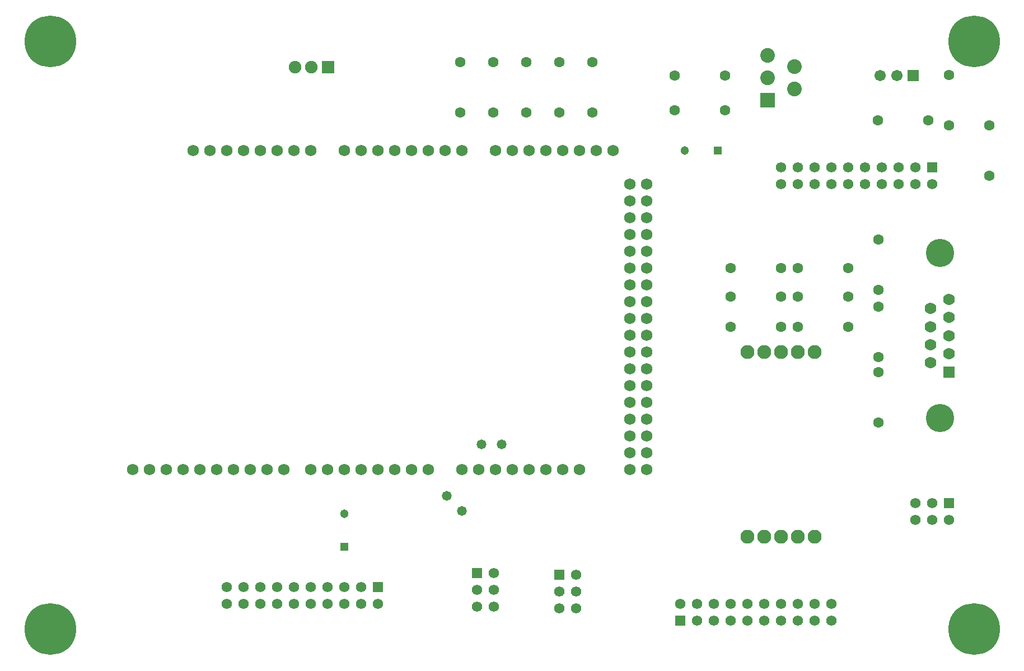
<source format=gts>
G04 Layer_Color=8388736*
%FSLAX25Y25*%
%MOIN*%
G70*
G01*
G75*
%ADD35R,0.05131X0.05131*%
%ADD36C,0.05131*%
%ADD37C,0.06312*%
%ADD38R,0.06194X0.06194*%
%ADD39C,0.06194*%
%ADD40C,0.08300*%
%ADD41C,0.06800*%
%ADD42R,0.08772X0.08772*%
%ADD43C,0.08772*%
%ADD44R,0.06737X0.06737*%
%ADD45C,0.06737*%
%ADD46R,0.05131X0.05131*%
%ADD47R,0.06194X0.06194*%
%ADD48C,0.06942*%
%ADD49R,0.06942X0.06942*%
%ADD50C,0.16808*%
%ADD51C,0.07493*%
%ADD52R,0.07493X0.07493*%
%ADD53C,0.30800*%
%ADD54C,0.05800*%
D35*
X522500Y410000D02*
D03*
D36*
X502815D02*
D03*
X300197Y193898D02*
D03*
D37*
X617874Y428150D02*
D03*
X647874D02*
D03*
X660000Y425000D02*
D03*
Y455000D02*
D03*
X684000Y395000D02*
D03*
Y425000D02*
D03*
X447835Y462598D02*
D03*
Y432598D02*
D03*
X428150Y462598D02*
D03*
Y432598D02*
D03*
X408465Y462598D02*
D03*
Y432598D02*
D03*
X388779D02*
D03*
Y462598D02*
D03*
X369094Y432598D02*
D03*
Y462598D02*
D03*
X496811Y454724D02*
D03*
X526811D02*
D03*
Y434055D02*
D03*
X496811D02*
D03*
X618000Y327000D02*
D03*
Y357000D02*
D03*
Y278000D02*
D03*
Y248000D02*
D03*
Y287000D02*
D03*
Y317000D02*
D03*
X570000Y340000D02*
D03*
X600000D02*
D03*
X570000Y305000D02*
D03*
X600000D02*
D03*
X570000Y323000D02*
D03*
X600000D02*
D03*
X530000Y305000D02*
D03*
X560000D02*
D03*
X530000Y340000D02*
D03*
X560000D02*
D03*
X530000Y323000D02*
D03*
X560000D02*
D03*
D38*
X650000Y400000D02*
D03*
X500000Y130000D02*
D03*
X660000Y200000D02*
D03*
X320000Y150000D02*
D03*
D39*
X650000Y390000D02*
D03*
X640000Y400000D02*
D03*
Y390000D02*
D03*
X630000Y400000D02*
D03*
Y390000D02*
D03*
X620000Y400000D02*
D03*
Y390000D02*
D03*
X610000Y400000D02*
D03*
Y390000D02*
D03*
X600000Y400000D02*
D03*
Y390000D02*
D03*
X590000Y400000D02*
D03*
Y390000D02*
D03*
X580000Y400000D02*
D03*
Y390000D02*
D03*
X570000Y400000D02*
D03*
Y390000D02*
D03*
X560000Y400000D02*
D03*
Y390000D02*
D03*
X438150Y157480D02*
D03*
X428150Y147480D02*
D03*
X438150D02*
D03*
X428150Y137480D02*
D03*
X438150D02*
D03*
X388937Y158465D02*
D03*
X378937Y148465D02*
D03*
X388937D02*
D03*
X378937Y138465D02*
D03*
X388937D02*
D03*
X500000Y140000D02*
D03*
X510000Y130000D02*
D03*
Y140000D02*
D03*
X520000Y130000D02*
D03*
Y140000D02*
D03*
X530000Y130000D02*
D03*
Y140000D02*
D03*
X540000Y130000D02*
D03*
Y140000D02*
D03*
X550000Y130000D02*
D03*
Y140000D02*
D03*
X560000Y130000D02*
D03*
Y140000D02*
D03*
X570000Y130000D02*
D03*
Y140000D02*
D03*
X580000Y130000D02*
D03*
Y140000D02*
D03*
X590000Y130000D02*
D03*
Y140000D02*
D03*
X660000Y190000D02*
D03*
X650000Y200000D02*
D03*
Y190000D02*
D03*
X640000Y200000D02*
D03*
Y190000D02*
D03*
X320000Y140000D02*
D03*
X310000Y150000D02*
D03*
Y140000D02*
D03*
X300000Y150000D02*
D03*
Y140000D02*
D03*
X290000Y150000D02*
D03*
Y140000D02*
D03*
X280000Y150000D02*
D03*
Y140000D02*
D03*
X270000Y150000D02*
D03*
Y140000D02*
D03*
X260000Y150000D02*
D03*
Y140000D02*
D03*
X250000Y150000D02*
D03*
Y140000D02*
D03*
X240000Y150000D02*
D03*
Y140000D02*
D03*
X230000Y150000D02*
D03*
Y140000D02*
D03*
D40*
X580000Y180000D02*
D03*
X570000D02*
D03*
X560000D02*
D03*
X550000D02*
D03*
X540000D02*
D03*
Y290000D02*
D03*
X550000D02*
D03*
X560000D02*
D03*
X570000D02*
D03*
X580000D02*
D03*
D41*
X480000Y390000D02*
D03*
X470000D02*
D03*
X480000Y380000D02*
D03*
X470000D02*
D03*
X480000Y370000D02*
D03*
X470000D02*
D03*
X480000Y360000D02*
D03*
X470000D02*
D03*
X480000Y350000D02*
D03*
X470000D02*
D03*
X480000Y340000D02*
D03*
X470000D02*
D03*
X480000Y330000D02*
D03*
X470000D02*
D03*
X480000Y320000D02*
D03*
X470000D02*
D03*
X480000Y310000D02*
D03*
X470000D02*
D03*
X480000Y300000D02*
D03*
X470000D02*
D03*
X480000Y290000D02*
D03*
X470000D02*
D03*
X480000Y280000D02*
D03*
X470000D02*
D03*
X480000Y270000D02*
D03*
X470000D02*
D03*
X480000Y260000D02*
D03*
X470000D02*
D03*
X480000Y250000D02*
D03*
X470000D02*
D03*
X480000Y240000D02*
D03*
X470000D02*
D03*
X480000Y230000D02*
D03*
X470000D02*
D03*
X480000Y220000D02*
D03*
X470000D02*
D03*
X174000D02*
D03*
X184000D02*
D03*
X194000D02*
D03*
X204000D02*
D03*
X214000D02*
D03*
X224000D02*
D03*
X234000D02*
D03*
X244000D02*
D03*
X254000D02*
D03*
X264000D02*
D03*
X350000D02*
D03*
X340000D02*
D03*
X330000D02*
D03*
X320000D02*
D03*
X310000D02*
D03*
X300000D02*
D03*
X290000D02*
D03*
X280000D02*
D03*
X440000D02*
D03*
X430000D02*
D03*
X420000D02*
D03*
X410000D02*
D03*
X400000D02*
D03*
X390000D02*
D03*
X380000D02*
D03*
X370000D02*
D03*
X280000Y410000D02*
D03*
X270000D02*
D03*
X260000D02*
D03*
X250000D02*
D03*
X240000D02*
D03*
X230000D02*
D03*
X220000D02*
D03*
X210000D02*
D03*
X460000D02*
D03*
X450000D02*
D03*
X440000D02*
D03*
X430000D02*
D03*
X420000D02*
D03*
X410000D02*
D03*
X400000D02*
D03*
X390000D02*
D03*
X370000D02*
D03*
X360000D02*
D03*
X350000D02*
D03*
X340000D02*
D03*
X330000D02*
D03*
X320000D02*
D03*
X310000D02*
D03*
X300000D02*
D03*
D42*
X552165Y439961D02*
D03*
D43*
X567913Y446654D02*
D03*
X552165Y453346D02*
D03*
X567913Y460039D02*
D03*
X552165Y466732D02*
D03*
D44*
X638779Y454724D02*
D03*
D45*
X628937D02*
D03*
X619095D02*
D03*
D46*
X300197Y174213D02*
D03*
D47*
X428150Y157480D02*
D03*
X378937Y158465D02*
D03*
D48*
X649000Y283638D02*
D03*
X660181Y289032D02*
D03*
Y299819D02*
D03*
Y310606D02*
D03*
Y321394D02*
D03*
X649000Y294425D02*
D03*
Y305213D02*
D03*
Y316000D02*
D03*
D49*
X660181Y278244D02*
D03*
D50*
X654591Y349031D02*
D03*
Y250646D02*
D03*
D51*
X270669Y459646D02*
D03*
X280512D02*
D03*
D52*
X290354D02*
D03*
D53*
X125000Y125000D02*
D03*
X675000D02*
D03*
Y475000D02*
D03*
X125000D02*
D03*
D54*
X361221Y204409D02*
D03*
X370079Y195551D02*
D03*
X393701Y235236D02*
D03*
X381890D02*
D03*
M02*

</source>
